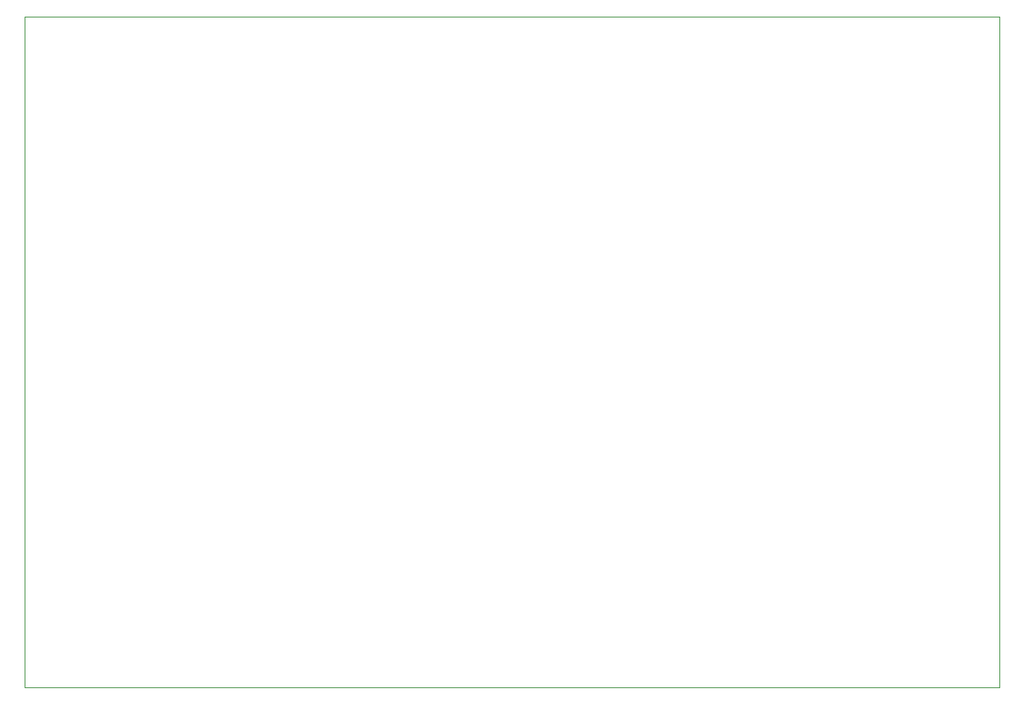
<source format=gbr>
%TF.GenerationSoftware,KiCad,Pcbnew,8.0.8*%
%TF.CreationDate,2025-02-10T18:39:17-05:00*%
%TF.ProjectId,draft,64726166-742e-46b6-9963-61645f706362,rev?*%
%TF.SameCoordinates,Original*%
%TF.FileFunction,Profile,NP*%
%FSLAX46Y46*%
G04 Gerber Fmt 4.6, Leading zero omitted, Abs format (unit mm)*
G04 Created by KiCad (PCBNEW 8.0.8) date 2025-02-10 18:39:17*
%MOMM*%
%LPD*%
G01*
G04 APERTURE LIST*
%TA.AperFunction,Profile*%
%ADD10C,0.050000*%
%TD*%
G04 APERTURE END LIST*
D10*
X105500000Y-47500000D02*
X209500000Y-47500000D01*
X209500000Y-119000000D01*
X105500000Y-119000000D01*
X105500000Y-47500000D01*
M02*

</source>
